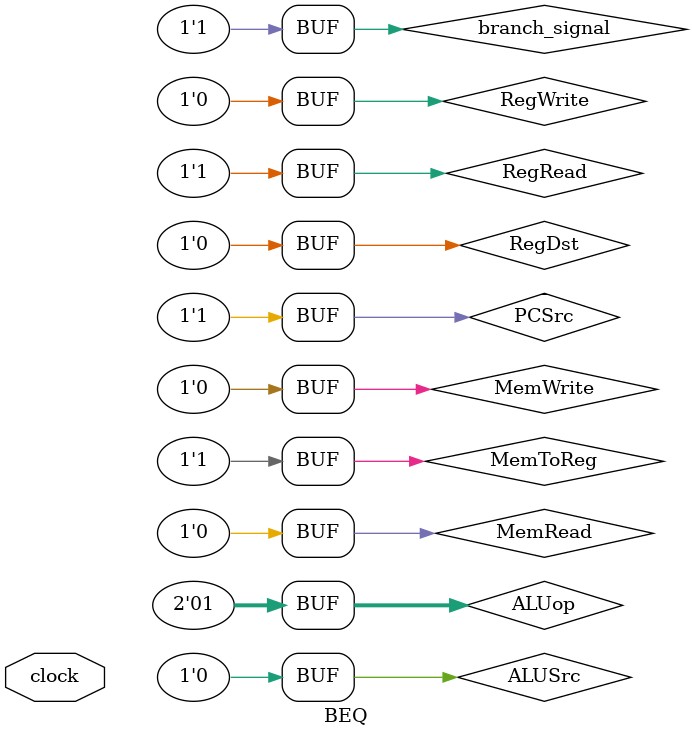
<source format=v>
/* MIPS Core Module is the centre of all operations that handles all the operations and instantiates
   all the necessary modules
*/
`include "Register_read_write.v"
`include "../Module 1 - ALU/ALU32bit.v"
`include "../Module 2 - ALU Control/ALUcontrol.v"
`include "Instruction_read.v"
`include "Memory_read_write.v"
`include "../Module 3 - Instruction Fetch/parse_instruction.v"


module BEQ(clock);

    input clock;   // Execution happens only at positive level-transition (edge sensitive)
	
    // Program counter
    reg[31:0] PC = 32'b0; 
	
    // Instruction
    wire [31:0] instruction;
	
    // Parse instruction
    wire [5:0] funct;
    wire [4:0] rs, rt, rd, shamt;
    wire [25:0] address;
    wire [31:0] immediate;
    wire [5:0] opcode;
	wire [3:0] ALUInput;
	
    // Signals
    reg RegRead, RegWrite, RegDst;  
    reg MemRead, MemWrite, MemToReg;
    reg branch_signal;
	wire flag;
    reg PCSrc, ALUSrc;
	reg [1:0] ALUop;
	
    // Registers contents
    wire [31:0] write_data, rs_content, rt_content, memory_read_data;
	
	// Control signals for Load Instruction
	initial begin
	MemRead  		= 1'b0;
    MemWrite 		= 1'b0;
    RegWrite 		= 1'b0;
    RegRead  		= 1'b1;
    RegDst   		= 1'b0;
    branch_signal   = 1'b1;
    ALUSrc   		= 1'b0;
    PCSrc    		= 1'b1;
    MemToReg 		= 1'b1;
	ALUop	 		= 2'b01;
	end
	
    // Instantiating all necessary modules
    read_instructions p1 (instruction, PC);
    parse_instruction p2 (opcode, rs, rt, rd, shamt, funct, immediate, address, instruction, PC);
	alu_control_unit p3 (ALUInput, funct, ALUop);
    ALU32bit p4 (write_data, flag, rs, rt, rs_content, rt_content, immediate, ALUSrc, ALUInput);
    read_write_memory p5 (memory_read_data, write_data, rt_content, opcode, MemRead, MemWrite);
    read_write_registers p6 (rs_content, rt_content, memory_read_data, write_data, rs, rt, rd, opcode, RegRead, RegWrite, RegDst, MemToReg, clock);
	
    // PC operations - The next instruction is read only when the clock is at positive edge
    always @(posedge clock) begin 
        if(branch_signal == 1 & flag == 1) begin
            PC = PC + 1 + $signed(immediate); 
        end
		else
            PC = PC + 1;
    end 
endmodule
</source>
